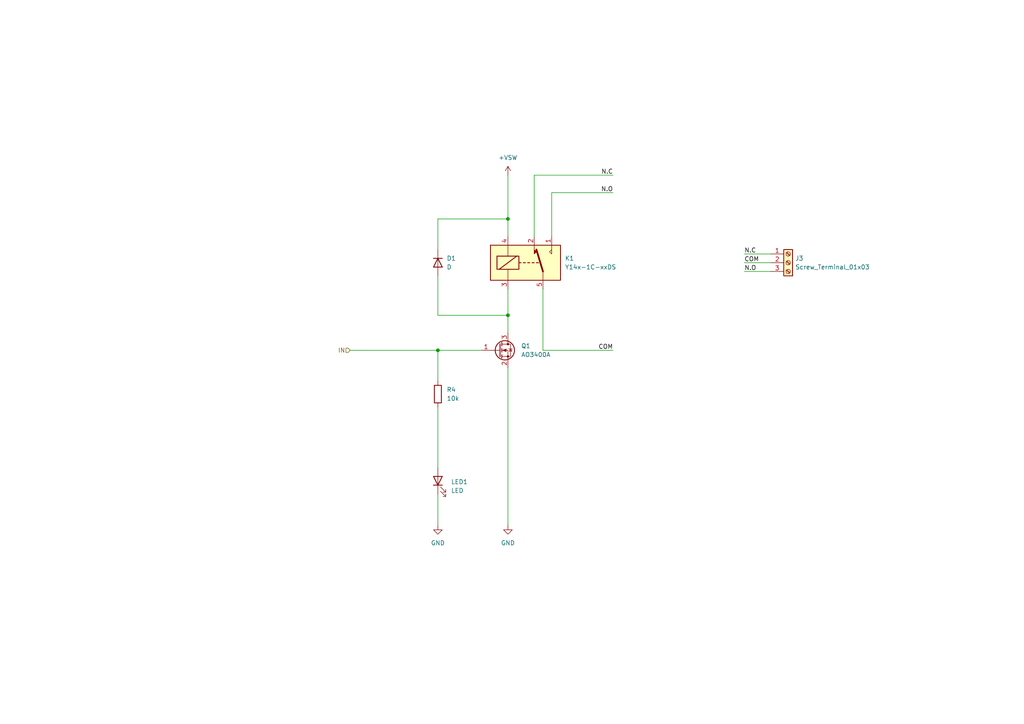
<source format=kicad_sch>
(kicad_sch (version 20211123) (generator eeschema)

  (uuid eaefb4df-1aac-4372-82b0-83b6cd7c3a50)

  (paper "A4")

  (title_block
    (title "CabHat_relay")
    (date "2023-03-01")
    (company "@stop_pattern")
  )

  (lib_symbols
    (symbol "Library:AO3400A" (pin_names hide) (in_bom yes) (on_board yes)
      (property "Reference" "Q" (id 0) (at 5.08 1.905 0)
        (effects (font (size 1.27 1.27)) (justify left))
      )
      (property "Value" "AO3400A" (id 1) (at 5.08 0 0)
        (effects (font (size 1.27 1.27)) (justify left))
      )
      (property "Footprint" "Package_TO_SOT_SMD:SOT-23" (id 2) (at 5.08 -1.905 0)
        (effects (font (size 1.27 1.27) italic) (justify left) hide)
      )
      (property "Datasheet" "http://www.aosmd.com/pdfs/datasheet/AO3400A.pdf" (id 3) (at 0 0 0)
        (effects (font (size 1.27 1.27)) (justify left) hide)
      )
      (property "ki_keywords" "N-Channel MOSFET" (id 4) (at 0 0 0)
        (effects (font (size 1.27 1.27)) hide)
      )
      (property "ki_description" "30V Vds, 5.7A Id, N-Channel MOSFET, SOT-23" (id 5) (at 0 0 0)
        (effects (font (size 1.27 1.27)) hide)
      )
      (property "ki_fp_filters" "SOT?23*" (id 6) (at 0 0 0)
        (effects (font (size 1.27 1.27)) hide)
      )
      (symbol "AO3400A_0_1"
        (polyline
          (pts
            (xy 0.254 0)
            (xy -2.54 0)
          )
          (stroke (width 0) (type default) (color 0 0 0 0))
          (fill (type none))
        )
        (polyline
          (pts
            (xy 0.254 1.905)
            (xy 0.254 -1.905)
          )
          (stroke (width 0.254) (type default) (color 0 0 0 0))
          (fill (type none))
        )
        (polyline
          (pts
            (xy 0.762 -1.27)
            (xy 0.762 -2.286)
          )
          (stroke (width 0.254) (type default) (color 0 0 0 0))
          (fill (type none))
        )
        (polyline
          (pts
            (xy 0.762 0.508)
            (xy 0.762 -0.508)
          )
          (stroke (width 0.254) (type default) (color 0 0 0 0))
          (fill (type none))
        )
        (polyline
          (pts
            (xy 0.762 2.286)
            (xy 0.762 1.27)
          )
          (stroke (width 0.254) (type default) (color 0 0 0 0))
          (fill (type none))
        )
        (polyline
          (pts
            (xy 2.54 2.54)
            (xy 2.54 1.778)
          )
          (stroke (width 0) (type default) (color 0 0 0 0))
          (fill (type none))
        )
        (polyline
          (pts
            (xy 2.54 -2.54)
            (xy 2.54 0)
            (xy 0.762 0)
          )
          (stroke (width 0) (type default) (color 0 0 0 0))
          (fill (type none))
        )
        (polyline
          (pts
            (xy 0.762 -1.778)
            (xy 3.302 -1.778)
            (xy 3.302 1.778)
            (xy 0.762 1.778)
          )
          (stroke (width 0) (type default) (color 0 0 0 0))
          (fill (type none))
        )
        (polyline
          (pts
            (xy 1.016 0)
            (xy 2.032 0.381)
            (xy 2.032 -0.381)
            (xy 1.016 0)
          )
          (stroke (width 0) (type default) (color 0 0 0 0))
          (fill (type outline))
        )
        (polyline
          (pts
            (xy 2.794 0.508)
            (xy 2.921 0.381)
            (xy 3.683 0.381)
            (xy 3.81 0.254)
          )
          (stroke (width 0) (type default) (color 0 0 0 0))
          (fill (type none))
        )
        (polyline
          (pts
            (xy 3.302 0.381)
            (xy 2.921 -0.254)
            (xy 3.683 -0.254)
            (xy 3.302 0.381)
          )
          (stroke (width 0) (type default) (color 0 0 0 0))
          (fill (type none))
        )
        (circle (center 1.651 0) (radius 2.794)
          (stroke (width 0.254) (type default) (color 0 0 0 0))
          (fill (type none))
        )
        (circle (center 2.54 -1.778) (radius 0.254)
          (stroke (width 0) (type default) (color 0 0 0 0))
          (fill (type outline))
        )
        (circle (center 2.54 1.778) (radius 0.254)
          (stroke (width 0) (type default) (color 0 0 0 0))
          (fill (type outline))
        )
      )
      (symbol "AO3400A_1_1"
        (pin input line (at -5.08 0 0) (length 2.54)
          (name "G" (effects (font (size 1.27 1.27))))
          (number "1" (effects (font (size 1.27 1.27))))
        )
        (pin passive line (at 2.54 -5.08 90) (length 2.54)
          (name "S" (effects (font (size 1.27 1.27))))
          (number "2" (effects (font (size 1.27 1.27))))
        )
        (pin passive line (at 2.54 5.08 270) (length 2.54)
          (name "D" (effects (font (size 1.27 1.27))))
          (number "3" (effects (font (size 1.27 1.27))))
        )
      )
    )
    (symbol "Library:D" (pin_numbers hide) (pin_names (offset 1.016) hide) (in_bom yes) (on_board yes)
      (property "Reference" "D" (id 0) (at 0 2.54 0)
        (effects (font (size 1.27 1.27)))
      )
      (property "Value" "D" (id 1) (at 0 -2.54 0)
        (effects (font (size 1.27 1.27)))
      )
      (property "Footprint" "" (id 2) (at 0 0 0)
        (effects (font (size 1.27 1.27)) hide)
      )
      (property "Datasheet" "~" (id 3) (at 0 0 0)
        (effects (font (size 1.27 1.27)) hide)
      )
      (property "ki_keywords" "diode" (id 4) (at 0 0 0)
        (effects (font (size 1.27 1.27)) hide)
      )
      (property "ki_description" "Diode" (id 5) (at 0 0 0)
        (effects (font (size 1.27 1.27)) hide)
      )
      (property "ki_fp_filters" "TO-???* *_Diode_* *SingleDiode* D_*" (id 6) (at 0 0 0)
        (effects (font (size 1.27 1.27)) hide)
      )
      (symbol "D_0_1"
        (polyline
          (pts
            (xy -1.27 1.27)
            (xy -1.27 -1.27)
          )
          (stroke (width 0.254) (type default) (color 0 0 0 0))
          (fill (type none))
        )
        (polyline
          (pts
            (xy 1.27 0)
            (xy -1.27 0)
          )
          (stroke (width 0) (type default) (color 0 0 0 0))
          (fill (type none))
        )
        (polyline
          (pts
            (xy 1.27 1.27)
            (xy 1.27 -1.27)
            (xy -1.27 0)
            (xy 1.27 1.27)
          )
          (stroke (width 0.254) (type default) (color 0 0 0 0))
          (fill (type none))
        )
      )
      (symbol "D_1_1"
        (pin passive line (at -3.81 0 0) (length 2.54)
          (name "K" (effects (font (size 1.27 1.27))))
          (number "1" (effects (font (size 1.27 1.27))))
        )
        (pin passive line (at 3.81 0 180) (length 2.54)
          (name "A" (effects (font (size 1.27 1.27))))
          (number "2" (effects (font (size 1.27 1.27))))
        )
      )
    )
    (symbol "Library:LED" (pin_numbers hide) (pin_names (offset 1.016) hide) (in_bom yes) (on_board yes)
      (property "Reference" "D" (id 0) (at 0 2.54 0)
        (effects (font (size 1.27 1.27)))
      )
      (property "Value" "LED" (id 1) (at 0 -2.54 0)
        (effects (font (size 1.27 1.27)))
      )
      (property "Footprint" "" (id 2) (at 0 0 0)
        (effects (font (size 1.27 1.27)) hide)
      )
      (property "Datasheet" "~" (id 3) (at 0 0 0)
        (effects (font (size 1.27 1.27)) hide)
      )
      (property "ki_keywords" "LED diode" (id 4) (at 0 0 0)
        (effects (font (size 1.27 1.27)) hide)
      )
      (property "ki_description" "Light emitting diode" (id 5) (at 0 0 0)
        (effects (font (size 1.27 1.27)) hide)
      )
      (property "ki_fp_filters" "LED* LED_SMD:* LED_THT:*" (id 6) (at 0 0 0)
        (effects (font (size 1.27 1.27)) hide)
      )
      (symbol "LED_0_1"
        (polyline
          (pts
            (xy -1.27 -1.27)
            (xy -1.27 1.27)
          )
          (stroke (width 0.254) (type default) (color 0 0 0 0))
          (fill (type none))
        )
        (polyline
          (pts
            (xy -1.27 0)
            (xy 1.27 0)
          )
          (stroke (width 0) (type default) (color 0 0 0 0))
          (fill (type none))
        )
        (polyline
          (pts
            (xy 1.27 -1.27)
            (xy 1.27 1.27)
            (xy -1.27 0)
            (xy 1.27 -1.27)
          )
          (stroke (width 0.254) (type default) (color 0 0 0 0))
          (fill (type none))
        )
        (polyline
          (pts
            (xy -3.048 -0.762)
            (xy -4.572 -2.286)
            (xy -3.81 -2.286)
            (xy -4.572 -2.286)
            (xy -4.572 -1.524)
          )
          (stroke (width 0) (type default) (color 0 0 0 0))
          (fill (type none))
        )
        (polyline
          (pts
            (xy -1.778 -0.762)
            (xy -3.302 -2.286)
            (xy -2.54 -2.286)
            (xy -3.302 -2.286)
            (xy -3.302 -1.524)
          )
          (stroke (width 0) (type default) (color 0 0 0 0))
          (fill (type none))
        )
      )
      (symbol "LED_1_1"
        (pin passive line (at -3.81 0 0) (length 2.54)
          (name "K" (effects (font (size 1.27 1.27))))
          (number "1" (effects (font (size 1.27 1.27))))
        )
        (pin passive line (at 3.81 0 180) (length 2.54)
          (name "A" (effects (font (size 1.27 1.27))))
          (number "2" (effects (font (size 1.27 1.27))))
        )
      )
    )
    (symbol "Library:R" (pin_numbers hide) (pin_names (offset 0)) (in_bom yes) (on_board yes)
      (property "Reference" "R" (id 0) (at 2.032 0 90)
        (effects (font (size 1.27 1.27)))
      )
      (property "Value" "R" (id 1) (at 0 0 90)
        (effects (font (size 1.27 1.27)))
      )
      (property "Footprint" "" (id 2) (at -1.778 0 90)
        (effects (font (size 1.27 1.27)) hide)
      )
      (property "Datasheet" "~" (id 3) (at 0 0 0)
        (effects (font (size 1.27 1.27)) hide)
      )
      (property "ki_keywords" "R res resistor" (id 4) (at 0 0 0)
        (effects (font (size 1.27 1.27)) hide)
      )
      (property "ki_description" "Resistor" (id 5) (at 0 0 0)
        (effects (font (size 1.27 1.27)) hide)
      )
      (property "ki_fp_filters" "R_*" (id 6) (at 0 0 0)
        (effects (font (size 1.27 1.27)) hide)
      )
      (symbol "R_0_1"
        (rectangle (start -1.016 -2.54) (end 1.016 2.54)
          (stroke (width 0.254) (type default) (color 0 0 0 0))
          (fill (type none))
        )
      )
      (symbol "R_1_1"
        (pin passive line (at 0 3.81 270) (length 1.27)
          (name "~" (effects (font (size 1.27 1.27))))
          (number "1" (effects (font (size 1.27 1.27))))
        )
        (pin passive line (at 0 -3.81 90) (length 1.27)
          (name "~" (effects (font (size 1.27 1.27))))
          (number "2" (effects (font (size 1.27 1.27))))
        )
      )
    )
    (symbol "Library:Screw_Terminal_01x03" (pin_names (offset 1.016) hide) (in_bom yes) (on_board yes)
      (property "Reference" "J" (id 0) (at 0 5.08 0)
        (effects (font (size 1.27 1.27)))
      )
      (property "Value" "Screw_Terminal_01x03" (id 1) (at 0 -5.08 0)
        (effects (font (size 1.27 1.27)))
      )
      (property "Footprint" "" (id 2) (at 0 0 0)
        (effects (font (size 1.27 1.27)) hide)
      )
      (property "Datasheet" "~" (id 3) (at 0 0 0)
        (effects (font (size 1.27 1.27)) hide)
      )
      (property "ki_keywords" "screw terminal" (id 4) (at 0 0 0)
        (effects (font (size 1.27 1.27)) hide)
      )
      (property "ki_description" "Generic screw terminal, single row, 01x03, script generated (kicad-library-utils/schlib/autogen/connector/)" (id 5) (at 0 0 0)
        (effects (font (size 1.27 1.27)) hide)
      )
      (property "ki_fp_filters" "TerminalBlock*:*" (id 6) (at 0 0 0)
        (effects (font (size 1.27 1.27)) hide)
      )
      (symbol "Screw_Terminal_01x03_1_1"
        (rectangle (start -1.27 3.81) (end 1.27 -3.81)
          (stroke (width 0.254) (type default) (color 0 0 0 0))
          (fill (type background))
        )
        (circle (center 0 -2.54) (radius 0.635)
          (stroke (width 0.1524) (type default) (color 0 0 0 0))
          (fill (type none))
        )
        (polyline
          (pts
            (xy -0.5334 -2.2098)
            (xy 0.3302 -3.048)
          )
          (stroke (width 0.1524) (type default) (color 0 0 0 0))
          (fill (type none))
        )
        (polyline
          (pts
            (xy -0.5334 0.3302)
            (xy 0.3302 -0.508)
          )
          (stroke (width 0.1524) (type default) (color 0 0 0 0))
          (fill (type none))
        )
        (polyline
          (pts
            (xy -0.5334 2.8702)
            (xy 0.3302 2.032)
          )
          (stroke (width 0.1524) (type default) (color 0 0 0 0))
          (fill (type none))
        )
        (polyline
          (pts
            (xy -0.3556 -2.032)
            (xy 0.508 -2.8702)
          )
          (stroke (width 0.1524) (type default) (color 0 0 0 0))
          (fill (type none))
        )
        (polyline
          (pts
            (xy -0.3556 0.508)
            (xy 0.508 -0.3302)
          )
          (stroke (width 0.1524) (type default) (color 0 0 0 0))
          (fill (type none))
        )
        (polyline
          (pts
            (xy -0.3556 3.048)
            (xy 0.508 2.2098)
          )
          (stroke (width 0.1524) (type default) (color 0 0 0 0))
          (fill (type none))
        )
        (circle (center 0 0) (radius 0.635)
          (stroke (width 0.1524) (type default) (color 0 0 0 0))
          (fill (type none))
        )
        (circle (center 0 2.54) (radius 0.635)
          (stroke (width 0.1524) (type default) (color 0 0 0 0))
          (fill (type none))
        )
        (pin passive line (at -5.08 2.54 0) (length 3.81)
          (name "Pin_1" (effects (font (size 1.27 1.27))))
          (number "1" (effects (font (size 1.27 1.27))))
        )
        (pin passive line (at -5.08 0 0) (length 3.81)
          (name "Pin_2" (effects (font (size 1.27 1.27))))
          (number "2" (effects (font (size 1.27 1.27))))
        )
        (pin passive line (at -5.08 -2.54 0) (length 3.81)
          (name "Pin_3" (effects (font (size 1.27 1.27))))
          (number "3" (effects (font (size 1.27 1.27))))
        )
      )
    )
    (symbol "Library:Y14x-1C-xxDS" (in_bom yes) (on_board yes)
      (property "Reference" "K" (id 0) (at 11.43 3.81 0)
        (effects (font (size 1.27 1.27)) (justify left))
      )
      (property "Value" "Y14x-1C-xxDS" (id 1) (at 11.43 1.27 0)
        (effects (font (size 1.27 1.27)) (justify left))
      )
      (property "Footprint" "Relay_THT:Relay_SPDT_HsinDa_Y14" (id 2) (at 11.43 -1.27 0)
        (effects (font (size 1.27 1.27)) (justify left) hide)
      )
      (property "Datasheet" "http://www.hsinda.com.cn/en/imgdown.asp?FileName=UploadFiles/201431310240386.pdf" (id 3) (at 0 0 0)
        (effects (font (size 1.27 1.27)) hide)
      )
      (property "ki_keywords" "Relay SPDT" (id 4) (at 0 0 0)
        (effects (font (size 1.27 1.27)) hide)
      )
      (property "ki_description" "Hsin Da Y14-series relay, Single Pole Dual Throw" (id 5) (at 0 0 0)
        (effects (font (size 1.27 1.27)) hide)
      )
      (property "ki_fp_filters" "Relay*Y14*" (id 6) (at 0 0 0)
        (effects (font (size 1.27 1.27)) hide)
      )
      (symbol "Y14x-1C-xxDS_0_0"
        (polyline
          (pts
            (xy 7.62 5.08)
            (xy 7.62 2.54)
            (xy 6.985 3.175)
            (xy 7.62 3.81)
          )
          (stroke (width 0) (type default) (color 0 0 0 0))
          (fill (type none))
        )
      )
      (symbol "Y14x-1C-xxDS_0_1"
        (rectangle (start -10.16 5.08) (end 10.16 -5.08)
          (stroke (width 0.254) (type default) (color 0 0 0 0))
          (fill (type background))
        )
        (rectangle (start -8.255 1.905) (end -1.905 -1.905)
          (stroke (width 0.254) (type default) (color 0 0 0 0))
          (fill (type none))
        )
        (polyline
          (pts
            (xy -7.62 -1.905)
            (xy -2.54 1.905)
          )
          (stroke (width 0.254) (type default) (color 0 0 0 0))
          (fill (type none))
        )
        (polyline
          (pts
            (xy -5.08 -5.08)
            (xy -5.08 -1.905)
          )
          (stroke (width 0) (type default) (color 0 0 0 0))
          (fill (type none))
        )
        (polyline
          (pts
            (xy -5.08 5.08)
            (xy -5.08 1.905)
          )
          (stroke (width 0) (type default) (color 0 0 0 0))
          (fill (type none))
        )
        (polyline
          (pts
            (xy -1.905 0)
            (xy -1.27 0)
          )
          (stroke (width 0.254) (type default) (color 0 0 0 0))
          (fill (type none))
        )
        (polyline
          (pts
            (xy -0.635 0)
            (xy 0 0)
          )
          (stroke (width 0.254) (type default) (color 0 0 0 0))
          (fill (type none))
        )
        (polyline
          (pts
            (xy 0.635 0)
            (xy 1.27 0)
          )
          (stroke (width 0.254) (type default) (color 0 0 0 0))
          (fill (type none))
        )
        (polyline
          (pts
            (xy 1.905 0)
            (xy 2.54 0)
          )
          (stroke (width 0.254) (type default) (color 0 0 0 0))
          (fill (type none))
        )
        (polyline
          (pts
            (xy 3.175 0)
            (xy 3.81 0)
          )
          (stroke (width 0.254) (type default) (color 0 0 0 0))
          (fill (type none))
        )
        (polyline
          (pts
            (xy 5.08 -2.54)
            (xy 3.175 3.81)
          )
          (stroke (width 0.508) (type default) (color 0 0 0 0))
          (fill (type none))
        )
        (polyline
          (pts
            (xy 5.08 -2.54)
            (xy 5.08 -5.08)
          )
          (stroke (width 0) (type default) (color 0 0 0 0))
          (fill (type none))
        )
        (polyline
          (pts
            (xy 2.54 5.08)
            (xy 2.54 2.54)
            (xy 3.175 3.175)
            (xy 2.54 3.81)
          )
          (stroke (width 0) (type default) (color 0 0 0 0))
          (fill (type outline))
        )
      )
      (symbol "Y14x-1C-xxDS_1_1"
        (pin passive line (at 7.62 7.62 270) (length 2.54)
          (name "~" (effects (font (size 1.27 1.27))))
          (number "1" (effects (font (size 1.27 1.27))))
        )
        (pin passive line (at 2.54 7.62 270) (length 2.54)
          (name "~" (effects (font (size 1.27 1.27))))
          (number "2" (effects (font (size 1.27 1.27))))
        )
        (pin passive line (at -5.08 -7.62 90) (length 2.54)
          (name "~" (effects (font (size 1.27 1.27))))
          (number "3" (effects (font (size 1.27 1.27))))
        )
        (pin passive line (at -5.08 7.62 270) (length 2.54)
          (name "~" (effects (font (size 1.27 1.27))))
          (number "4" (effects (font (size 1.27 1.27))))
        )
        (pin passive line (at 5.08 -7.62 90) (length 2.54)
          (name "~" (effects (font (size 1.27 1.27))))
          (number "5" (effects (font (size 1.27 1.27))))
        )
        (pin passive line (at 5.08 -7.62 90) (length 2.54) hide
          (name "~" (effects (font (size 1.27 1.27))))
          (number "6" (effects (font (size 1.27 1.27))))
        )
      )
    )
    (symbol "power:+VSW" (power) (pin_names (offset 0)) (in_bom yes) (on_board yes)
      (property "Reference" "#PWR" (id 0) (at 0 -3.81 0)
        (effects (font (size 1.27 1.27)) hide)
      )
      (property "Value" "+VSW" (id 1) (at 0 3.556 0)
        (effects (font (size 1.27 1.27)))
      )
      (property "Footprint" "" (id 2) (at 0 0 0)
        (effects (font (size 1.27 1.27)) hide)
      )
      (property "Datasheet" "" (id 3) (at 0 0 0)
        (effects (font (size 1.27 1.27)) hide)
      )
      (property "ki_keywords" "power-flag" (id 4) (at 0 0 0)
        (effects (font (size 1.27 1.27)) hide)
      )
      (property "ki_description" "Power symbol creates a global label with name \"+VSW\"" (id 5) (at 0 0 0)
        (effects (font (size 1.27 1.27)) hide)
      )
      (symbol "+VSW_0_1"
        (polyline
          (pts
            (xy -0.762 1.27)
            (xy 0 2.54)
          )
          (stroke (width 0) (type default) (color 0 0 0 0))
          (fill (type none))
        )
        (polyline
          (pts
            (xy 0 0)
            (xy 0 2.54)
          )
          (stroke (width 0) (type default) (color 0 0 0 0))
          (fill (type none))
        )
        (polyline
          (pts
            (xy 0 2.54)
            (xy 0.762 1.27)
          )
          (stroke (width 0) (type default) (color 0 0 0 0))
          (fill (type none))
        )
      )
      (symbol "+VSW_1_1"
        (pin power_in line (at 0 0 90) (length 0) hide
          (name "+VSW" (effects (font (size 1.27 1.27))))
          (number "1" (effects (font (size 1.27 1.27))))
        )
      )
    )
    (symbol "power:GND" (power) (pin_names (offset 0)) (in_bom yes) (on_board yes)
      (property "Reference" "#PWR" (id 0) (at 0 -6.35 0)
        (effects (font (size 1.27 1.27)) hide)
      )
      (property "Value" "GND" (id 1) (at 0 -3.81 0)
        (effects (font (size 1.27 1.27)))
      )
      (property "Footprint" "" (id 2) (at 0 0 0)
        (effects (font (size 1.27 1.27)) hide)
      )
      (property "Datasheet" "" (id 3) (at 0 0 0)
        (effects (font (size 1.27 1.27)) hide)
      )
      (property "ki_keywords" "power-flag" (id 4) (at 0 0 0)
        (effects (font (size 1.27 1.27)) hide)
      )
      (property "ki_description" "Power symbol creates a global label with name \"GND\" , ground" (id 5) (at 0 0 0)
        (effects (font (size 1.27 1.27)) hide)
      )
      (symbol "GND_0_1"
        (polyline
          (pts
            (xy 0 0)
            (xy 0 -1.27)
            (xy 1.27 -1.27)
            (xy 0 -2.54)
            (xy -1.27 -1.27)
            (xy 0 -1.27)
          )
          (stroke (width 0) (type default) (color 0 0 0 0))
          (fill (type none))
        )
      )
      (symbol "GND_1_1"
        (pin power_in line (at 0 0 270) (length 0) hide
          (name "GND" (effects (font (size 1.27 1.27))))
          (number "1" (effects (font (size 1.27 1.27))))
        )
      )
    )
  )

  (junction (at 127 101.6) (diameter 0) (color 0 0 0 0)
    (uuid 0a7620b7-bad1-4d48-a282-e88d8f541a0e)
  )
  (junction (at 147.32 91.44) (diameter 0) (color 0 0 0 0)
    (uuid 86250b31-76b6-4fd9-b725-7fac8e4f010c)
  )
  (junction (at 147.32 63.5) (diameter 0) (color 0 0 0 0)
    (uuid e061ec72-0c46-4e35-8844-c9026e2dbec0)
  )

  (wire (pts (xy 147.32 91.44) (xy 147.32 96.52))
    (stroke (width 0) (type default) (color 0 0 0 0))
    (uuid 081adad7-64bd-407b-adf8-cc630288346c)
  )
  (wire (pts (xy 101.6 101.6) (xy 127 101.6))
    (stroke (width 0) (type default) (color 0 0 0 0))
    (uuid 0d1f4a0d-b70c-499a-995b-3c581f7ba7b5)
  )
  (wire (pts (xy 147.32 50.8) (xy 147.32 63.5))
    (stroke (width 0) (type default) (color 0 0 0 0))
    (uuid 0d2203d7-a430-49bc-a68e-b339258954cc)
  )
  (wire (pts (xy 160.02 55.88) (xy 177.8 55.88))
    (stroke (width 0) (type default) (color 0 0 0 0))
    (uuid 1981ea43-6b5b-45a8-8ab5-0ac1c42ca8cd)
  )
  (wire (pts (xy 127 91.44) (xy 147.32 91.44))
    (stroke (width 0) (type default) (color 0 0 0 0))
    (uuid 33bfd65d-5223-4b8c-bec6-634c5998116a)
  )
  (wire (pts (xy 127 80.01) (xy 127 91.44))
    (stroke (width 0) (type default) (color 0 0 0 0))
    (uuid 45bddee9-1752-4336-8c22-3a6b07520bba)
  )
  (wire (pts (xy 147.32 63.5) (xy 147.32 68.58))
    (stroke (width 0) (type default) (color 0 0 0 0))
    (uuid 4d3f2dc7-f995-4bc8-815c-80ff4ff4615f)
  )
  (wire (pts (xy 154.94 68.58) (xy 154.94 50.8))
    (stroke (width 0) (type default) (color 0 0 0 0))
    (uuid 58e70788-d2d2-43bd-8afd-c70d72c2f0dc)
  )
  (wire (pts (xy 127 152.4) (xy 127 143.256))
    (stroke (width 0) (type default) (color 0 0 0 0))
    (uuid 65e387bb-d24f-435f-ac41-d793df303d66)
  )
  (wire (pts (xy 127 63.5) (xy 147.32 63.5))
    (stroke (width 0) (type default) (color 0 0 0 0))
    (uuid 6a2fe787-a5d9-4860-b956-d9da170a56a3)
  )
  (wire (pts (xy 147.32 106.68) (xy 147.32 152.4))
    (stroke (width 0) (type default) (color 0 0 0 0))
    (uuid 6bd2cbb3-54de-4cb3-a44e-43cc45a69f34)
  )
  (wire (pts (xy 157.48 101.6) (xy 177.8 101.6))
    (stroke (width 0) (type default) (color 0 0 0 0))
    (uuid 6df5f5d0-c7dc-4741-8414-7d1c39331aff)
  )
  (wire (pts (xy 127 101.6) (xy 139.7 101.6))
    (stroke (width 0) (type default) (color 0 0 0 0))
    (uuid 7e0e787a-2d08-41a1-a7b7-323a4a777b30)
  )
  (wire (pts (xy 215.9 78.74) (xy 223.52 78.74))
    (stroke (width 0) (type default) (color 0 0 0 0))
    (uuid 8174b727-4ced-4bf5-b006-ccb24a90e8fe)
  )
  (wire (pts (xy 127 72.39) (xy 127 63.5))
    (stroke (width 0) (type default) (color 0 0 0 0))
    (uuid 81e3a21b-726f-40dc-9a35-5b6516f97a2c)
  )
  (wire (pts (xy 147.32 83.82) (xy 147.32 91.44))
    (stroke (width 0) (type default) (color 0 0 0 0))
    (uuid 85670e7c-4807-4b1b-b5a3-e2c438e2ae93)
  )
  (wire (pts (xy 215.9 73.66) (xy 223.52 73.66))
    (stroke (width 0) (type default) (color 0 0 0 0))
    (uuid 88833e2a-5fbe-4c60-8967-5c209b8211a6)
  )
  (wire (pts (xy 160.02 68.58) (xy 160.02 55.88))
    (stroke (width 0) (type default) (color 0 0 0 0))
    (uuid 9063689b-7286-41b3-94e1-ab1447761fb7)
  )
  (wire (pts (xy 157.48 83.82) (xy 157.48 101.6))
    (stroke (width 0) (type default) (color 0 0 0 0))
    (uuid 9640cf45-8bb4-4346-bf32-f5134a452124)
  )
  (wire (pts (xy 215.9 76.2) (xy 223.52 76.2))
    (stroke (width 0) (type default) (color 0 0 0 0))
    (uuid a4e85eb8-a4a8-4620-9365-5e9ad7ebfbd0)
  )
  (wire (pts (xy 127 135.636) (xy 127 118.11))
    (stroke (width 0) (type default) (color 0 0 0 0))
    (uuid aa426c30-3536-4888-9feb-10c9066dffd0)
  )
  (wire (pts (xy 127 110.49) (xy 127 101.6))
    (stroke (width 0) (type default) (color 0 0 0 0))
    (uuid f3d73b10-b158-46ac-9b09-ad1af313a5b8)
  )
  (wire (pts (xy 154.94 50.8) (xy 177.8 50.8))
    (stroke (width 0) (type default) (color 0 0 0 0))
    (uuid f756077c-f437-4f8f-a2ab-13e7a8007711)
  )

  (label "COM" (at 215.9 76.2 0)
    (effects (font (size 1.27 1.27)) (justify left bottom))
    (uuid 1b758381-8ed8-4a32-b8f0-3d03a7c00c78)
  )
  (label "COM" (at 177.8 101.6 180)
    (effects (font (size 1.27 1.27)) (justify right bottom))
    (uuid 1efbeba3-29e2-408c-98c7-5c733cd8e7f1)
  )
  (label "N.C" (at 177.8 50.8 180)
    (effects (font (size 1.27 1.27)) (justify right bottom))
    (uuid 48a6f21d-5063-4cbf-b86d-f161469d9abc)
  )
  (label "N.O" (at 215.9 78.74 0)
    (effects (font (size 1.27 1.27)) (justify left bottom))
    (uuid 8e589371-8441-4f12-a464-14b7b9c0ea24)
  )
  (label "N.C" (at 215.9 73.66 0)
    (effects (font (size 1.27 1.27)) (justify left bottom))
    (uuid 9cdfd245-d0ca-46ce-ac0b-025a504127fa)
  )
  (label "N.O" (at 177.8 55.88 180)
    (effects (font (size 1.27 1.27)) (justify right bottom))
    (uuid b7b90141-2580-4565-acf4-920b7b04e7d5)
  )

  (hierarchical_label "IN" (shape input) (at 101.6 101.6 180)
    (effects (font (size 1.27 1.27)) (justify right))
    (uuid 797b2c25-381b-4585-ba25-ff79c0a9ea52)
  )

  (symbol (lib_id "Library:Screw_Terminal_01x03") (at 228.6 76.2 0) (unit 1)
    (in_bom yes) (on_board yes) (fields_autoplaced)
    (uuid 3edd72a1-b276-4315-8b31-b9ca8c2e09f5)
    (property "Reference" "J3" (id 0) (at 230.632 74.9299 0)
      (effects (font (size 1.27 1.27)) (justify left))
    )
    (property "Value" "Screw_Terminal_01x03" (id 1) (at 230.632 77.4699 0)
      (effects (font (size 1.27 1.27)) (justify left))
    )
    (property "Footprint" "Library:EuroBlock_1x03_P2.54mm_Horizontal" (id 2) (at 228.6 76.2 0)
      (effects (font (size 1.27 1.27)) hide)
    )
    (property "Datasheet" "~" (id 3) (at 228.6 76.2 0)
      (effects (font (size 1.27 1.27)) hide)
    )
    (property "lcsc" "C2927504" (id 4) (at 228.6 76.2 0)
      (effects (font (size 1.27 1.27)) hide)
    )
    (pin "1" (uuid 8f792fcf-a361-4f37-97e8-31323ab43fbe))
    (pin "2" (uuid ba4373e5-50e3-4d43-be6a-2318698cce46))
    (pin "3" (uuid 3bf9fe8c-4074-4f23-8e87-9c7810794098))
  )

  (symbol (lib_id "Library:LED") (at 127 139.446 90) (unit 1)
    (in_bom yes) (on_board yes) (fields_autoplaced)
    (uuid 4e478036-4010-44f6-8784-92e6e224b0ee)
    (property "Reference" "LED1" (id 0) (at 130.81 139.7634 90)
      (effects (font (size 1.27 1.27)) (justify right))
    )
    (property "Value" "LED" (id 1) (at 130.81 142.3034 90)
      (effects (font (size 1.27 1.27)) (justify right))
    )
    (property "Footprint" "Library:LED_0603_1608Metric" (id 2) (at 127 139.446 0)
      (effects (font (size 1.27 1.27)) hide)
    )
    (property "Datasheet" "~" (id 3) (at 127 139.446 0)
      (effects (font (size 1.27 1.27)) hide)
    )
    (property "lcsc" "C2290" (id 4) (at 127 139.446 0)
      (effects (font (size 1.27 1.27)) hide)
    )
    (pin "1" (uuid 302e34f2-f318-4bb5-a420-185f736497d1))
    (pin "2" (uuid f8cfbedc-5ffa-4943-a362-e97824e01b72))
  )

  (symbol (lib_id "Library:D") (at 127 76.2 270) (unit 1)
    (in_bom yes) (on_board yes) (fields_autoplaced)
    (uuid 8238cfd7-cb2e-4e52-a06b-60caebd7a334)
    (property "Reference" "D1" (id 0) (at 129.54 74.9299 90)
      (effects (font (size 1.27 1.27)) (justify left))
    )
    (property "Value" "D" (id 1) (at 129.54 77.4699 90)
      (effects (font (size 1.27 1.27)) (justify left))
    )
    (property "Footprint" "Library:D_SOD-123" (id 2) (at 127 76.2 0)
      (effects (font (size 1.27 1.27)) hide)
    )
    (property "Datasheet" "~" (id 3) (at 127 76.2 0)
      (effects (font (size 1.27 1.27)) hide)
    )
    (property "lcsc" "C81598" (id 4) (at 127 76.2 0)
      (effects (font (size 1.27 1.27)) hide)
    )
    (pin "1" (uuid 67373320-b635-48f2-9686-f7d2004651e1))
    (pin "2" (uuid e28fc212-1f74-4ed6-8c21-1c7047840ae2))
  )

  (symbol (lib_id "Library:Y14x-1C-xxDS") (at 152.4 76.2 0) (unit 1)
    (in_bom yes) (on_board yes) (fields_autoplaced)
    (uuid a51a357e-6906-46b3-ba07-34e420b97e59)
    (property "Reference" "K1" (id 0) (at 163.83 74.9299 0)
      (effects (font (size 1.27 1.27)) (justify left))
    )
    (property "Value" "Y14x-1C-xxDS" (id 1) (at 163.83 77.4699 0)
      (effects (font (size 1.27 1.27)) (justify left))
    )
    (property "Footprint" "Library:Relay_SPDT_HsinDa_Y14" (id 2) (at 163.83 77.47 0)
      (effects (font (size 1.27 1.27)) (justify left) hide)
    )
    (property "Datasheet" "http://www.hsinda.com.cn/en/imgdown.asp?FileName=UploadFiles/201431310240386.pdf" (id 3) (at 152.4 76.2 0)
      (effects (font (size 1.27 1.27)) hide)
    )
    (property "lcsc" "C259367" (id 4) (at 152.4 76.2 0)
      (effects (font (size 1.27 1.27)) hide)
    )
    (pin "1" (uuid a569d654-e69a-417e-aad0-b7e7c2e91d2a))
    (pin "2" (uuid 70c7480d-c50a-4816-b3ba-36717eb1229a))
    (pin "3" (uuid ff08433f-c090-4540-b2ab-514889427dfb))
    (pin "4" (uuid e1ccd443-2503-48b5-b901-b619d2c168ee))
    (pin "5" (uuid be7c745c-ccaf-4b32-ad11-f05cfb7e6101))
    (pin "6" (uuid 46e4a600-ce9f-4176-9af4-e7c620447e3c))
  )

  (symbol (lib_id "power:GND") (at 127 152.4 0) (unit 1)
    (in_bom yes) (on_board yes) (fields_autoplaced)
    (uuid a55f1c9e-0f1f-4b65-a606-ba451e4fbcac)
    (property "Reference" "#PWR021" (id 0) (at 127 158.75 0)
      (effects (font (size 1.27 1.27)) hide)
    )
    (property "Value" "GND" (id 1) (at 127 157.48 0))
    (property "Footprint" "" (id 2) (at 127 152.4 0)
      (effects (font (size 1.27 1.27)) hide)
    )
    (property "Datasheet" "" (id 3) (at 127 152.4 0)
      (effects (font (size 1.27 1.27)) hide)
    )
    (pin "1" (uuid 51f8c5da-ae48-4e23-b2ec-a88a0cfdc19a))
  )

  (symbol (lib_id "power:GND") (at 147.32 152.4 0) (unit 1)
    (in_bom yes) (on_board yes) (fields_autoplaced)
    (uuid a7a37d34-b908-46ce-a0f3-b5805c0bc031)
    (property "Reference" "#PWR023" (id 0) (at 147.32 158.75 0)
      (effects (font (size 1.27 1.27)) hide)
    )
    (property "Value" "GND" (id 1) (at 147.32 157.48 0))
    (property "Footprint" "" (id 2) (at 147.32 152.4 0)
      (effects (font (size 1.27 1.27)) hide)
    )
    (property "Datasheet" "" (id 3) (at 147.32 152.4 0)
      (effects (font (size 1.27 1.27)) hide)
    )
    (pin "1" (uuid 9516ad47-c8fe-4f4a-b173-f083d6166244))
  )

  (symbol (lib_id "Library:R") (at 127 114.3 0) (unit 1)
    (in_bom yes) (on_board yes) (fields_autoplaced)
    (uuid ae2d7eb5-e3c9-4cb1-845b-8e84215f2d71)
    (property "Reference" "R4" (id 0) (at 129.54 113.0299 0)
      (effects (font (size 1.27 1.27)) (justify left))
    )
    (property "Value" "10k" (id 1) (at 129.54 115.5699 0)
      (effects (font (size 1.27 1.27)) (justify left))
    )
    (property "Footprint" "Library:R_0603_1608Metric" (id 2) (at 125.222 114.3 90)
      (effects (font (size 1.27 1.27)) hide)
    )
    (property "Datasheet" "~" (id 3) (at 127 114.3 0)
      (effects (font (size 1.27 1.27)) hide)
    )
    (property "lcsc" "C25804" (id 4) (at 127 114.3 0)
      (effects (font (size 1.27 1.27)) hide)
    )
    (pin "1" (uuid 06293eda-4400-4b14-aaa2-51387b552cbe))
    (pin "2" (uuid a0aa36f4-baf5-4b69-9198-6165da93bda4))
  )

  (symbol (lib_id "power:+VSW") (at 147.32 50.8 0) (unit 1)
    (in_bom yes) (on_board yes) (fields_autoplaced)
    (uuid b9d283d8-7133-407e-bb72-af69b2a4a335)
    (property "Reference" "#PWR022" (id 0) (at 147.32 54.61 0)
      (effects (font (size 1.27 1.27)) hide)
    )
    (property "Value" "+VSW" (id 1) (at 147.32 45.72 0))
    (property "Footprint" "" (id 2) (at 147.32 50.8 0)
      (effects (font (size 1.27 1.27)) hide)
    )
    (property "Datasheet" "" (id 3) (at 147.32 50.8 0)
      (effects (font (size 1.27 1.27)) hide)
    )
    (pin "1" (uuid e6805d7b-9f99-4988-a2a2-c6de3d9f38e7))
  )

  (symbol (lib_id "Library:AO3400A") (at 144.78 101.6 0) (unit 1)
    (in_bom yes) (on_board yes) (fields_autoplaced)
    (uuid e9fd75f3-0fb7-4467-bf57-6742a9a3ca90)
    (property "Reference" "Q1" (id 0) (at 151.13 100.3299 0)
      (effects (font (size 1.27 1.27)) (justify left))
    )
    (property "Value" "AO3400A" (id 1) (at 151.13 102.8699 0)
      (effects (font (size 1.27 1.27)) (justify left))
    )
    (property "Footprint" "Library:SOT-23" (id 2) (at 149.86 103.505 0)
      (effects (font (size 1.27 1.27) italic) (justify left) hide)
    )
    (property "Datasheet" "http://www.aosmd.com/pdfs/datasheet/AO3400A.pdf" (id 3) (at 144.78 101.6 0)
      (effects (font (size 1.27 1.27)) (justify left) hide)
    )
    (property "lcsc" "C20917" (id 4) (at 144.78 101.6 0)
      (effects (font (size 1.27 1.27)) hide)
    )
    (pin "1" (uuid fb3b66c3-66f8-4a5c-b307-e0843b02360a))
    (pin "2" (uuid 61734544-0b89-4748-a8a2-8423186f68d0))
    (pin "3" (uuid 8c4c9fd8-81a7-4093-87fa-6ebc9a4ab713))
  )
)

</source>
